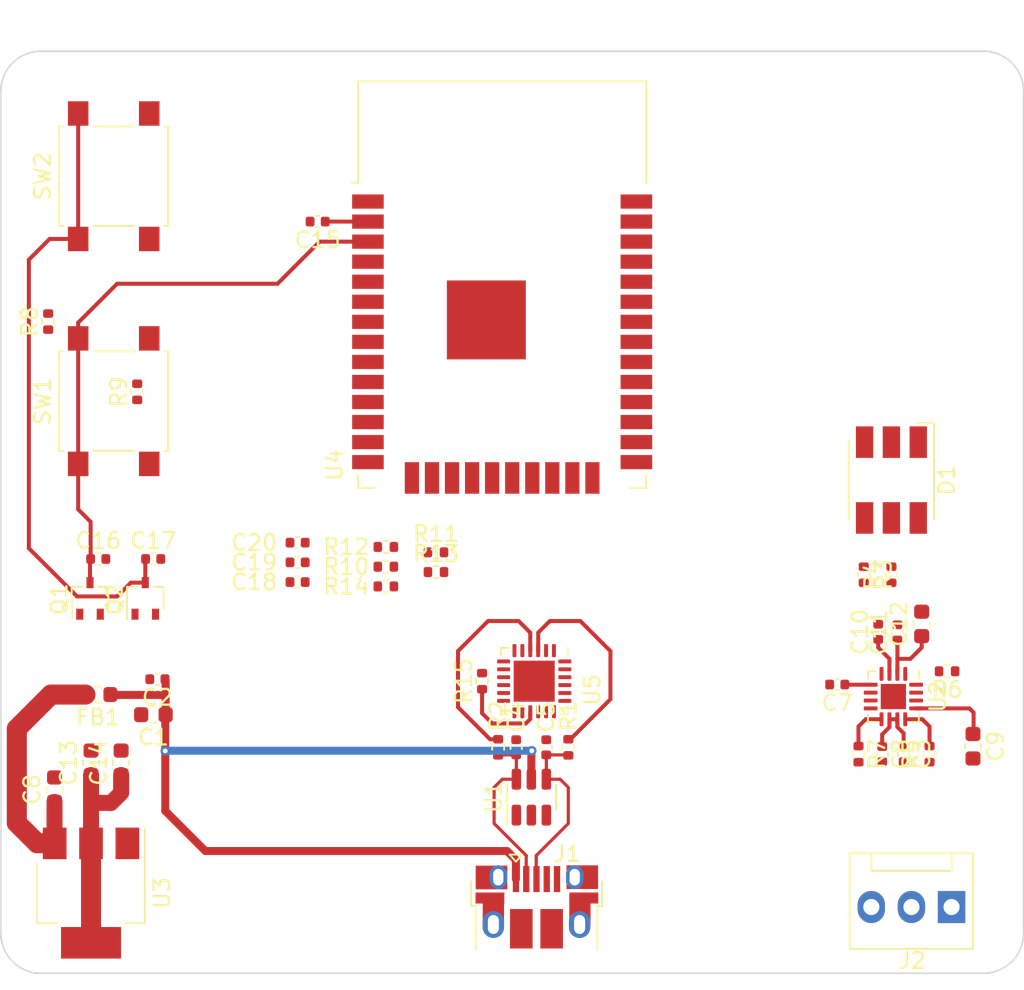
<source format=kicad_pcb>
(kicad_pcb (version 20211014) (generator pcbnew)
  (layers (0 "F.Cu" signal) (31 "B.Cu" signal) (34 "B.Paste" user) (35 "F.Paste" user) (36 "B.SilkS" user "B.Silkscreen") (37 "F.SilkS" user "F.Silkscreen") (38 "B.Mask" user) (39 "F.Mask" user) (44 "Edge.Cuts" user))
  (net 0 "")
  (net 1 "/power_supply/VBUS")
  (net 2 "GND")
  (net 3 "+5V")
  (net 4 "/power_supply/CONN_D+")
  (net 5 "+BATT")
  (net 6 "+3V3")
  (net 7 "/ucontroller/EN")
  (net 8 "/ucontroller/IO0")
  (net 9 "/usb/3V3_CP")
  (net 11 "/power_supply/~{PG}")
  (net 12 "/power_supply/~{CHG}")
  (net 13 "Net-(D1-Pad4)")
  (net 14 "Net-(D1-Pad5)")
  (net 17 "/power_supply/TS")
  (net 18 "Net-(Q1-Pad1)")
  (net 19 "/ucontroller/RTS")
  (net 20 "Net-(Q2-Pad1)")
  (net 21 "/ucontroller/DTR")
  (net 22 "/power_supply/USB_D+")
  (net 23 "Net-(R5-Pad2)")
  (net 24 "Net-(R6-Pad2)")
  (net 25 "Net-(R10-Pad2)")
  (net 26 "Net-(R11-Pad1)")
  (net 27 "/ucontroller/RX_ESP")
  (net 28 "/usb/CP_VBUS")
  (net 29 "Net-(R13-Pad1)")
  (net 30 "/ucontroller/TX_ESP")
  (net 31 "Net-(R15-Pad1)")
  (net 34 "/power_supply/~{CE}")
  (net 35 "/power_supply/SYS_OFF")
  (net 70 "/usb/RTS")
  (net 72 "/usb/DTR")
  (net 74 "/power_supply/CONN_D-")
  (net 75 "/power_supply/USB_D-")
  (footprint "Resistor_SMD:R_0402_1005Metric" (layer "F.Cu") (at 100.328 108.493 90)
    (fp_text reference "R15" (at 0 -1.17 90) (layer "F.SilkS"))
    (fp_text value "10k")
    (pad "1" smd roundrect (at -0.51 0 90) (size 0.54 0.64) (layers "F.Cu" "F.Paste" "F.Mask") (net 31 "Net-(R15-Pad1)"))
    (pad "2" smd roundrect (at 0.51 0 90) (size 0.54 0.64) (layers "F.Cu" "F.Paste" "F.Mask") (net 2 "GND"))
  )
  (footprint "Connector_USB:USB_Micro-B_Amphenol_10103594-0001LF_Horizontal" (layer "F.Cu") (at 103.799 122.796)
    (fp_text reference "J1" (at 1.925 -3.365) (layer "F.SilkS"))
    (fp_text value "USB_B_Micro")
    (pad "1" smd rect (at -1.325 -1.765 90) (size 1.65 0.4) (layers "F.Cu" "F.Paste" "F.Mask") (net 1 "/power_supply/VBUS"))
    (pad "2" smd rect (at -0.675 -1.765 90) (size 1.65 0.4) (layers "F.Cu" "F.Paste" "F.Mask") (net 74 "/power_supply/CONN_D-"))
    (pad "3" smd rect (at -0.025 -1.765 90) (size 1.65 0.4) (layers "F.Cu" "F.Paste" "F.Mask") (net 4 "/power_supply/CONN_D+"))
    (pad "4" smd rect (at 0.625 -1.765 90) (size 1.65 0.4) (layers "F.Cu" "F.Paste" "F.Mask"))
    (pad "5" smd rect (at 1.275 -1.765 90) (size 1.65 0.4) (layers "F.Cu" "F.Paste" "F.Mask") (net 2 "GND"))
    (pad "6" smd rect (at 2.975 -0.565) (size 1.825 0.7) (layers "F.Cu" "F.Paste" "F.Mask") (net 2 "GND"))
    (pad "6" smd rect (at 2.875 -1.885) (size 2 1.5) (layers "F.Cu" "F.Paste" "F.Mask") (net 2 "GND"))
    (pad "6" smd rect (at -2.875 -1.865) (size 2 1.5) (layers "F.Cu" "F.Paste" "F.Mask") (net 2 "GND"))
    (pad "6" smd rect (at -2.755 0.185) (size 1.35 2) (layers "F.Cu" "F.Paste" "F.Mask") (net 2 "GND"))
    (pad "6" smd rect (at 0.935 1.385 90) (size 2.5 1.43) (layers "F.Cu" "F.Paste" "F.Mask") (net 2 "GND"))
    (pad "6" thru_hole oval (at -2.445 -1.885 90) (size 1.5 1.1) (drill oval 1.05 0.65) (layers *.Cu *.Mask) (net 2 "GND"))
    (pad "6" thru_hole oval (at -2.755 1.115 90) (size 1.7 1.35) (drill oval 1.2 0.7) (layers *.Cu *.Mask) (net 2 "GND"))
    (pad "6" smd rect (at -2.975 -0.565) (size 1.825 0.7) (layers "F.Cu" "F.Paste" "F.Mask") (net 2 "GND"))
    (pad "6" thru_hole oval (at 2.705 1.115 90) (size 1.7 1.35) (drill oval 1.2 0.7) (layers *.Cu *.Mask) (net 2 "GND"))
    (pad "6" thru_hole oval (at 2.395 -1.885 90) (size 1.5 1.1) (drill oval 1.05 0.65) (layers *.Cu *.Mask) (net 2 "GND"))
    (pad "6" smd rect (at 2.725 0.185) (size 1.35 2) (layers "F.Cu" "F.Paste" "F.Mask") (net 2 "GND"))
    (pad "6" smd rect (at -0.985 1.385 90) (size 2.5 1.43) (layers "F.Cu" "F.Paste" "F.Mask") (net 2 "GND"))
  )
  (footprint "Package_DFN_QFN:QFN-24-1EP_4x4mm_P0.5mm_EP2.6x2.6mm" (layer "F.Cu") (at 103.63 108.493 -90)
    (fp_text reference "U5" (at 0.553 -3.668 90) (layer "F.SilkS"))
    (fp_text value "CP2102N-Axx-xQFN24")
    (pad "1" smd roundrect (at -1.9375 -1.25 270) (size 0.825 0.25) (layers "F.Cu" "F.Paste" "F.Mask"))
    (pad "2" smd roundrect (at -1.9375 -0.75 270) (size 0.825 0.25) (layers "F.Cu" "F.Paste" "F.Mask") (net 2 "GND"))
    (pad "3" smd roundrect (at -1.9375 -0.25 270) (size 0.825 0.25) (layers "F.Cu" "F.Paste" "F.Mask") (net 22 "/power_supply/USB_D+"))
    (pad "4" smd roundrect (at -1.9375 0.25 270) (size 0.825 0.25) (layers "F.Cu" "F.Paste" "F.Mask") (net 75 "/power_supply/USB_D-"))
    (pad "5" smd roundrect (at -1.9375 0.75 270) (size 0.825 0.25) (layers "F.Cu" "F.Paste" "F.Mask") (net 9 "/usb/3V3_CP"))
    (pad "6" smd roundrect (at -1.9375 1.25 270) (size 0.825 0.25) (layers "F.Cu" "F.Paste" "F.Mask") (net 9 "/usb/3V3_CP"))
    (pad "7" smd roundrect (at -1.25 1.9375 270) (size 0.25 0.825) (layers "F.Cu" "F.Paste" "F.Mask") (net 3 "+5V"))
    (pad "8" smd roundrect (at -0.75 1.9375 270) (size 0.25 0.825) (layers "F.Cu" "F.Paste" "F.Mask") (net 28 "/usb/CP_VBUS"))
    (pad "9" smd roundrect (at -0.25 1.9375 270) (size 0.25 0.825) (layers "F.Cu" "F.Paste" "F.Mask") (net 25 "Net-(R10-Pad2)"))
    (pad "10" smd roundrect (at 0.25 1.9375 270) (size 0.25 0.825) (layers "F.Cu" "F.Paste" "F.Mask"))
    (pad "11" smd roundrect (at 0.75 1.9375 270) (size 0.25 0.825) (layers "F.Cu" "F.Paste" "F.Mask"))
    (pad "12" smd roundrect (at 1.25 1.9375 270) (size 0.25 0.825) (layers "F.Cu" "F.Paste" "F.Mask"))
    (pad "13" smd roundrect (at 1.9375 1.25 270) (size 0.825 0.25) (layers "F.Cu" "F.Paste" "F.Mask"))
    (pad "14" smd roundrect (at 1.9375 0.75 270) (size 0.825 0.25) (layers "F.Cu" "F.Paste" "F.Mask"))
    (pad "15" smd roundrect (at 1.9375 0.25 270) (size 0.825 0.25) (layers "F.Cu" "F.Paste" "F.Mask") (net 31 "Net-(R15-Pad1)"))
    (pad "16" smd roundrect (at 1.9375 -0.25 270) (size 0.825 0.25) (layers "F.Cu" "F.Paste" "F.Mask"))
    (pad "17" smd roundrect (at 1.9375 -0.75 270) (size 0.825 0.25) (layers "F.Cu" "F.Paste" "F.Mask"))
    (pad "18" smd roundrect (at 1.9375 -1.25 270) (size 0.825 0.25) (layers "F.Cu" "F.Paste" "F.Mask"))
    (pad "19" smd roundrect (at 1.25 -1.9375 270) (size 0.25 0.825) (layers "F.Cu" "F.Paste" "F.Mask") (net 70 "/usb/RTS"))
    (pad "20" smd roundrect (at 0.75 -1.9375 270) (size 0.25 0.825) (layers "F.Cu" "F.Paste" "F.Mask") (net 29 "Net-(R13-Pad1)"))
    (pad "21" smd roundrect (at 0.25 -1.9375 270) (size 0.25 0.825) (layers "F.Cu" "F.Paste" "F.Mask") (net 26 "Net-(R11-Pad1)"))
    (pad "22" smd roundrect (at -0.25 -1.9375 270) (size 0.25 0.825) (layers "F.Cu" "F.Paste" "F.Mask"))
    (pad "23" smd roundrect (at -0.75 -1.9375 270) (size 0.25 0.825) (layers "F.Cu" "F.Paste" "F.Mask") (net 72 "/usb/DTR"))
    (pad "24" smd roundrect (at -1.25 -1.9375 270) (size 0.25 0.825) (layers "F.Cu" "F.Paste" "F.Mask"))
    (pad "25" smd rect (at 0 0 270) (size 2.6 2.6) (layers "F.Cu" "F.Mask") (net 2 "GND"))
  )
  (footprint "Resistor_SMD:R_0402_1005Metric" (layer "F.Cu") (at 72.85 85.71 90)
    (fp_text reference "R8" (at 0 -1.17 90) (layer "F.SilkS"))
    (fp_text value "10k")
    (pad "1" smd roundrect (at -0.51 0 90) (size 0.54 0.64) (layers "F.Cu" "F.Paste" "F.Mask") (net 18 "Net-(Q1-Pad1)"))
    (pad "2" smd roundrect (at 0.51 0 90) (size 0.54 0.64) (layers "F.Cu" "F.Paste" "F.Mask") (net 21 "/ucontroller/DTR"))
  )
  (footprint "Capacitor_SMD:C_0402_1005Metric" (layer "F.Cu") (at 104.392 112.684 90)
    (fp_text reference "C5" (at 1.905 0 90) (layer "F.SilkS"))
    (fp_text value "22p")
    (pad "1" smd roundrect (at -0.48 0 90) (size 0.56 0.62) (layers "F.Cu" "F.Paste" "F.Mask") (net 4 "/power_supply/CONN_D+"))
    (pad "2" smd roundrect (at 0.48 0 90) (size 0.56 0.62) (layers "F.Cu" "F.Paste" "F.Mask") (net 2 "GND"))
  )
  (footprint "Capacitor_SMD:C_0402_1005Metric" (layer "F.Cu") (at 79.765 108.367 180)
    (fp_text reference "C2" (at 0 -1.16) (layer "F.SilkS"))
    (fp_text value "10n")
    (pad "1" smd roundrect (at -0.48 0 180) (size 0.56 0.62) (layers "F.Cu" "F.Paste" "F.Mask") (net 1 "/power_supply/VBUS"))
    (pad "2" smd roundrect (at 0.48 0 180) (size 0.56 0.62) (layers "F.Cu" "F.Paste" "F.Mask") (net 2 "GND"))
  )
  (footprint "Capacitor_SMD:C_0603_1608Metric" (layer "F.Cu") (at 75.565 113.665 90)
    (fp_text reference "C13" (at 0 -1.43 90) (layer "F.SilkS"))
    (fp_text value "10u")
    (pad "1" smd roundrect (at -0.775 0 90) (size 0.9 0.95) (layers "F.Cu" "F.Paste" "F.Mask") (net 6 "+3V3"))
    (pad "2" smd roundrect (at 0.775 0 90) (size 0.9 0.95) (layers "F.Cu" "F.Paste" "F.Mask") (net 2 "GND"))
  )
  (footprint "Resistor_SMD:R_0402_1005Metric" (layer "F.Cu") (at 124.165 113.116 -90)
    (fp_text reference "R7" (at 0 -1.17 90) (layer "F.SilkS"))
    (fp_text value "10k")
    (pad "1" smd roundrect (at -0.51 0 270) (size 0.54 0.64) (layers "F.Cu" "F.Paste" "F.Mask") (net 12 "/power_supply/~{CHG}"))
    (pad "2" smd roundrect (at 0.51 0 270) (size 0.54 0.64) (layers "F.Cu" "F.Paste" "F.Mask") (net 2 "GND"))
  )
  (footprint "Capacitor_SMD:C_0402_1005Metric" (layer "F.Cu") (at 79.5 100.75)
    (fp_text reference "C17" (at 0 -1.16) (layer "F.SilkS"))
    (fp_text value "0.1u")
    (pad "1" smd roundrect (at -0.48 0) (size 0.56 0.62) (layers "F.Cu" "F.Paste" "F.Mask") (net 8 "/ucontroller/IO0"))
    (pad "2" smd roundrect (at 0.48 0) (size 0.56 0.62) (layers "F.Cu" "F.Paste" "F.Mask") (net 2 "GND"))
  )
  (footprint "Capacitor_SMD:C_0603_1608Metric" (layer "F.Cu") (at 73.2536 115.3668 90)
    (fp_text reference "C8" (at 0 -1.43 90) (layer "F.SilkS"))
    (fp_text value "0.1u")
    (pad "1" smd roundrect (at -0.775 0 90) (size 0.9 0.95) (layers "F.Cu" "F.Paste" "F.Mask") (net 3 "+5V"))
    (pad "2" smd roundrect (at 0.775 0 90) (size 0.9 0.95) (layers "F.Cu" "F.Paste" "F.Mask") (net 2 "GND"))
  )
  (footprint "Capacitor_SMD:C_0402_1005Metric" (layer "F.Cu") (at 127.025 113.118 -90)
    (fp_text reference "C3" (at 0 -1.16 90) (layer "F.SilkS"))
    (fp_text value "0.1u")
    (pad "1" smd roundrect (at -0.48 0 270) (size 0.56 0.62) (layers "F.Cu" "F.Paste" "F.Mask") (net 3 "+5V"))
    (pad "2" smd roundrect (at 0.48 0 270) (size 0.56 0.62) (layers "F.Cu" "F.Paste" "F.Mask") (net 2 "GND"))
  )
  (footprint "Capacitor_SMD:C_0402_1005Metric" (layer "F.Cu") (at 102.487 112.684 90)
    (fp_text reference "C4" (at 1.905 0 90) (layer "F.SilkS"))
    (fp_text value "22p")
    (pad "1" smd roundrect (at -0.48 0 90) (size 0.56 0.62) (layers "F.Cu" "F.Paste" "F.Mask") (net 74 "/power_supply/CONN_D-"))
    (pad "2" smd roundrect (at 0.48 0 90) (size 0.56 0.62) (layers "F.Cu" "F.Paste" "F.Mask") (net 2 "GND"))
  )
  (footprint "Capacitor_SMD:C_0402_1005Metric" (layer "F.Cu") (at 88.646 100.965 180)
    (fp_text reference "C19" (at 2.75 0) (layer "F.SilkS"))
    (fp_text value "100n")
    (pad "1" smd roundrect (at -0.48 0 180) (size 0.56 0.62) (layers "F.Cu" "F.Paste" "F.Mask") (net 9 "/usb/3V3_CP"))
    (pad "2" smd roundrect (at 0.48 0 180) (size 0.56 0.62) (layers "F.Cu" "F.Paste" "F.Mask") (net 2 "GND"))
  )
  (footprint "Capacitor_SMD:C_0603_1608Metric" (layer "F.Cu") (at 77.47 113.665 90)
    (fp_text reference "C14" (at 0 -1.43 90) (layer "F.SilkS"))
    (fp_text value "22u")
    (pad "1" smd roundrect (at -0.775 0 90) (size 0.9 0.95) (layers "F.Cu" "F.Paste" "F.Mask") (net 6 "+3V3"))
    (pad "2" smd roundrect (at 0.775 0 90) (size 0.9 0.95) (layers "F.Cu" "F.Paste" "F.Mask") (net 2 "GND"))
  )
  (footprint "Resistor_SMD:R_0402_1005Metric" (layer "F.Cu") (at 94.234 102.489 180)
    (fp_text reference "R14" (at 2.5 0) (layer "F.SilkS"))
    (fp_text value "47k")
    (pad "1" smd roundrect (at -0.51 0 180) (size 0.54 0.64) (layers "F.Cu" "F.Paste" "F.Mask") (net 28 "/usb/CP_VBUS"))
    (pad "2" smd roundrect (at 0.51 0 180) (size 0.54 0.64) (layers "F.Cu" "F.Paste" "F.Mask") (net 2 "GND"))
  )
  (footprint "Resistor_SMD:R_0402_1005Metric" (layer "F.Cu") (at 101.344 112.684 90)
    (fp_text reference "R2" (at 2 0 90) (layer "F.SilkS"))
    (fp_text value "27")
    (pad "1" smd roundrect (at -0.51 0 90) (size 0.54 0.64) (layers "F.Cu" "F.Paste" "F.Mask") (net 74 "/power_supply/CONN_D-"))
    (pad "2" smd roundrect (at 0.51 0 90) (size 0.54 0.64) (layers "F.Cu" "F.Paste" "F.Mask") (net 75 "/power_supply/USB_D-"))
  )
  (footprint "Capacitor_SMD:C_0402_1005Metric" (layer "F.Cu") (at 88.646 99.715 180)
    (fp_text reference "C20" (at 2.75 0) (layer "F.SilkS"))
    (fp_text value "100n")
    (pad "1" smd roundrect (at -0.48 0 180) (size 0.56 0.62) (layers "F.Cu" "F.Paste" "F.Mask") (net 9 "/usb/3V3_CP"))
    (pad "2" smd roundrect (at 0.48 0 180) (size 0.56 0.62) (layers "F.Cu" "F.Paste" "F.Mask") (net 2 "GND"))
  )
  (footprint "Resistor_SMD:R_0402_1005Metric" (layer "F.Cu") (at 97.409 101.58)
    (fp_text reference "R13" (at 0 -1.17) (layer "F.SilkS"))
    (fp_text value "0")
    (pad "1" smd roundrect (at -0.51 0) (size 0.54 0.64) (layers "F.Cu" "F.Paste" "F.Mask") (net 29 "Net-(R13-Pad1)"))
    (pad "2" smd roundrect (at 0.51 0) (size 0.54 0.64) (layers "F.Cu" "F.Paste" "F.Mask") (net 30 "/ucontroller/TX_ESP"))
  )
  (footprint "Resistor_SMD:R_0402_1005Metric" (layer "F.Cu") (at 97.409 100.33)
    (fp_text reference "R11" (at 0 -1.17) (layer "F.SilkS"))
    (fp_text value "0")
    (pad "1" smd roundrect (at -0.51 0) (size 0.54 0.64) (layers "F.Cu" "F.Paste" "F.Mask") (net 26 "Net-(R11-Pad1)"))
    (pad "2" smd roundrect (at 0.51 0) (size 0.54 0.64) (layers "F.Cu" "F.Paste" "F.Mask") (net 27 "/ucontroller/RX_ESP"))
  )
  (footprint "Capacitor_SMD:C_0402_1005Metric" (layer "F.Cu") (at 76.02 100.75)
    (fp_text reference "C16" (at 0 -1.16) (layer "F.SilkS"))
    (fp_text value "0.1u")
    (pad "1" smd roundrect (at -0.48 0) (size 0.56 0.62) (layers "F.Cu" "F.Paste" "F.Mask") (net 7 "/ucontroller/EN"))
    (pad "2" smd roundrect (at 0.48 0) (size 0.56 0.62) (layers "F.Cu" "F.Paste" "F.Mask") (net 2 "GND"))
  )
  (footprint "Capacitor_SMD:C_0402_1005Metric" (layer "F.Cu") (at 89.916 79.375 180)
    (fp_text reference "C15" (at 0 -1.16) (layer "F.SilkS"))
    (fp_text value "0.1u")
    (pad "1" smd roundrect (at -0.48 0 180) (size 0.56 0.62) (layers "F.Cu" "F.Paste" "F.Mask") (net 6 "+3V3"))
    (pad "2" smd roundrect (at 0.48 0 180) (size 0.56 0.62) (layers "F.Cu" "F.Paste" "F.Mask") (net 2 "GND"))
  )
  (footprint "Resistor_SMD:R_0402_1005Metric" (layer "F.Cu") (at 124.5 101.75 90)
    (fp_text reference "R3" (at 0 1.25 90) (layer "F.SilkS"))
    (fp_text value "1k")
    (pad "1" smd roundrect (at -0.51 0 90) (size 0.54 0.64) (layers "F.Cu" "F.Paste" "F.Mask") (net 3 "+5V"))
    (pad "2" smd roundrect (at 0.51 0 90) (size 0.54 0.64) (layers "F.Cu" "F.Paste" "F.Mask") (net 13 "Net-(D1-Pad4)"))
  )
  (footprint "Capacitor_SMD:C_0402_1005Metric" (layer "F.Cu") (at 125.415 105.366 90)
    (fp_text reference "C10" (at 0 -1.16 90) (layer "F.SilkS"))
    (fp_text value "0.1u")
    (pad "1" smd roundrect (at -0.48 0 90) (size 0.56 0.62) (layers "F.Cu" "F.Paste" "F.Mask") (net 5 "+BATT"))
    (pad "2" smd roundrect (at 0.48 0 90) (size 0.56 0.62) (layers "F.Cu" "F.Paste" "F.Mask") (net 2 "GND"))
  )
  (footprint "Capacitor_SMD:C_0402_1005Metric" (layer "F.Cu") (at 126.629 105.404 90)
    (fp_text reference "C11" (at 0 -1.16 90) (layer "F.SilkS"))
    (fp_text value "0.1u")
    (pad "1" smd roundrect (at -0.48 0 90) (size 0.56 0.62) (layers "F.Cu" "F.Paste" "F.Mask") (net 5 "+BATT"))
    (pad "2" smd roundrect (at 0.48 0 90) (size 0.56 0.62) (layers "F.Cu" "F.Paste" "F.Mask") (net 2 "GND"))
  )
  (footprint "Capacitor_SMD:C_0603_1608Metric" (layer "F.Cu") (at 79.515 110.617 180)
    (fp_text reference "C1" (at 0 -1.43) (layer "F.SilkS"))
    (fp_text value "10u")
    (pad "1" smd roundrect (at -0.775 0 180) (size 0.9 0.95) (layers "F.Cu" "F.Paste" "F.Mask") (net 1 "/power_supply/VBUS"))
    (pad "2" smd roundrect (at 0.775 0 180) (size 0.9 0.95) (layers "F.Cu" "F.Paste" "F.Mask") (net 2 "GND"))
  )
  (footprint "Package_TO_SOT_SMD:SOT-23-6" (layer "F.Cu") (at 103.449 115.8435 90)
    (fp_text reference "U1" (at 0 -2.4 90) (layer "F.SilkS"))
    (fp_text value "WE-TVS-82400102")
    (pad "1" smd roundrect (at -1.1375 -0.95 90) (size 1.325 0.6) (layers "F.Cu" "F.Paste" "F.Mask"))
    (pad "2" smd roundrect (at -1.1375 0 90) (size 1.325 0.6) (layers "F.Cu" "F.Paste" "F.Mask") (net 2 "GND"))
    (pad "3" smd roundrect (at -1.1375 0.95 90) (size 1.325 0.6) (layers "F.Cu" "F.Paste" "F.Mask"))
    (pad "4" smd roundrect (at 1.1375 0.95 90) (size 1.325 0.6) (layers "F.Cu" "F.Paste" "F.Mask") (net 4 "/power_supply/CONN_D+"))
    (pad "5" smd roundrect (at 1.1375 0 90) (size 1.325 0.6) (layers "F.Cu" "F.Paste" "F.Mask") (net 1 "/power_supply/VBUS"))
    (pad "6" smd roundrect (at 1.1375 -0.95 90) (size 1.325 0.6) (layers "F.Cu" "F.Paste" "F.Mask") (net 74 "/power_supply/CONN_D-"))
  )
  (footprint "Capacitor_SMD:C_0402_1005Metric" (layer "F.Cu") (at 122.819 108.706 180)
    (fp_text reference "C7" (at 0 -1.16 180) (layer "F.SilkS"))
    (fp_text value "0.1u")
    (pad "1" smd roundrect (at -0.48 0 180) (size 0.56 0.62) (layers "F.Cu" "F.Paste" "F.Mask") (net 3 "+5V"))
    (pad "2" smd roundrect (at 0.48 0 180) (size 0.56 0.62) (layers "F.Cu" "F.Paste" "F.Mask") (net 2 "GND"))
  )
  (footprint "Capacitor_SMD:C_0402_1005Metric" (layer "F.Cu") (at 125.665 113.116 -90)
    (fp_text reference "C8" (at 0 -1.16 90) (layer "F.SilkS"))
    (fp_text value "0.1u")
    (pad "1" smd roundrect (at -0.48 0 270) (size 0.56 0.62) (layers "F.Cu" "F.Paste" "F.Mask") (net 3 "+5V"))
    (pad "2" smd roundrect (at 0.48 0 270) (size 0.56 0.62) (layers "F.Cu" "F.Paste" "F.Mask") (net 2 "GND"))
  )
  (footprint "Package_TO_SOT_SMD:SOT-223-3_TabPin2" (layer "F.Cu") (at 75.565 121.92 -90)
    (fp_text reference "U3" (at 0 -4.5 90) (layer "F.SilkS"))
    (fp_text value "AMS1117-3.3")
    (pad "1" smd rect (at -3.15 -2.3 270) (size 2 1.5) (layers "F.Cu" "F.Paste" "F.Mask") (net 2 "GND"))
    (pad "2" smd rect (at 3.15 0 270) (size 2 3.8) (layers "F.Cu" "F.Paste" "F.Mask") (net 6 "+3V3"))
    (pad "2" smd rect (at -3.15 0 270) (size 2 1.5) (layers "F.Cu" "F.Paste" "F.Mask") (net 6 "+3V3"))
    (pad "3" smd rect (at -3.15 2.3 270) (size 2 1.5) (layers "F.Cu" "F.Paste" "F.Mask") (net 3 "+5V"))
  )
  (footprint "Resistor_SMD:R_0402_1005Metric" (layer "F.Cu") (at 94.234 101.239)
    (fp_text reference "R10" (at -2.5 0) (layer "F.SilkS"))
    (fp_text value "2k")
    (pad "1" smd roundrect (at -0.51 0) (size 0.54 0.64) (layers "F.Cu" "F.Paste" "F.Mask") (net 9 "/usb/3V3_CP"))
    (pad "2" smd roundrect (at 0.51 0) (size 0.54 0.64) (layers "F.Cu" "F.Paste" "F.Mask") (net 25 "Net-(R10-Pad2)"))
  )
  (footprint "Package_TO_SOT_SMD:SOT-323_SC-70" (layer "F.Cu") (at 79 103.25 90)
    (fp_text reference "Q2" (at -0.05 -1.95 90) (layer "F.SilkS"))
    (fp_text value "Q_NPN_BEC")
    (pad "1" smd rect (at -1 -0.65) (size 0.45 0.7) (layers "F.Cu" "F.Paste" "F.Mask") (net 20 "Net-(Q2-Pad1)"))
    (pad "2" smd rect (at -1 0.65) (size 0.45 0.7) (layers "F.Cu" "F.Paste" "F.Mask") (net 21 "/ucontroller/DTR"))
    (pad "3" smd rect (at 1 0) (size 0.45 0.7) (layers "F.Cu" "F.Paste" "F.Mask") (net 8 "/ucontroller/IO0"))
  )
  (footprint "Package_DFN_QFN:VQFN-16-1EP_3x3mm_P0.5mm_EP1.6x1.6mm" (layer "F.Cu") (at 126.375 109.468 -90)
    (fp_text reference "U2" (at 0 -2.82 90) (layer "F.SilkS"))
    (fp_text value "BQ24075RGT")
    (pad "1" smd roundrect (at -1.4375 -0.75 270) (size 0.875 0.25) (layers "F.Cu" "F.Paste" "F.Mask") (net 17 "/power_supply/TS"))
    (pad "2" smd roundrect (at -1.4375 -0.25 270) (size 0.875 0.25) (layers "F.Cu" "F.Paste" "F.Mask") (net 5 "+BATT"))
    (pad "3" smd roundrect (at -1.4375 0.25 270) (size 0.875 0.25) (layers "F.Cu" "F.Paste" "F.Mask") (net 5 "+BATT"))
    (pad "4" smd roundrect (at -1.4375 0.75 270) (size 0.875 0.25) (layers "F.Cu" "F.Paste" "F.Mask") (net 34 "/power_supply/~{CE}"))
    (pad "5" smd roundrect (at -0.75 1.4375 270) (size 0.25 0.875) (layers "F.Cu" "F.Paste" "F.Mask") (net 3 "+5V"))
    (pad "6" smd roundrect (at -0.25 1.4375 270) (size 0.25 0.875) (layers "F.Cu" "F.Paste" "F.Mask") (net 2 "GND"))
    (pad "7" smd roundrect (at 0.25 1.4375 270) (size 0.25 0.875) (layers "F.Cu" "F.Paste" "F.Mask") (net 11 "/power_supply/~{PG}"))
    (pad "8" smd roundrect (at 0.75 1.4375 270) (size 0.25 0.875) (layers "F.Cu" "F.Paste" "F.Mask") (net 2 "GND"))
    (pad "9" smd roundrect (at 1.4375 0.75 270) (size 0.875 0.25) (layers "F.Cu" "F.Paste" "F.Mask") (net 12 "/power_supply/~{CHG}"))
    (pad "10" smd roundrect (at 1.4375 0.25 270) (size 0.875 0.25) (layers "F.Cu" "F.Paste" "F.Mask") (net 3 "+5V"))
    (pad "11" smd roundrect (at 1.4375 -0.25 270) (size 0.875 0.25) (layers "F.Cu" "F.Paste" "F.Mask") (net 3 "+5V"))
    (pad "12" smd roundrect (at 1.4375 -0.75 270) (size 0.875 0.25) (layers "F.Cu" "F.Paste" "F.Mask") (net 23 "Net-(R5-Pad2)"))
    (pad "13" smd roundrect (at 0.75 -1.4375 270) (size 0.25 0.875) (layers "F.Cu" "F.Paste" "F.Mask") (net 3 "+5V"))
    (pad "14" smd roundrect (at 0.25 -1.4375 270) (size 0.25 0.875) (layers "F.Cu" "F.Paste" "F.Mask") (net 2 "GND"))
    (pad "15" smd roundrect (at -0.25 -1.4375 270) (size 0.25 0.875) (layers "F.Cu" "F.Paste" "F.Mask") (net 35 "/power_supply/SYS_OFF"))
    (pad "16" smd roundrect (at -0.75 -1.4375 270) (size 0.25 0.875) (layers "F.Cu" "F.Paste" "F.Mask") (net 24 "Net-(R6-Pad2)"))
    (pad "17" smd rect (at 0 0 270) (size 1.6 1.6) (layers "F.Cu" "F.Mask") (net 2 "GND"))
  )
  (footprint "Button_Switch_SMD:SW_SPST_B3S-1000" (layer "F.Cu") (at 77 76.5 90)
    (fp_text reference "SW2" (at 0 -4.5 90) (layer "F.SilkS"))
    (fp_text value "SW_Push")
    (pad "1" smd rect (at 3.975 -2.25 90) (size 1.55 1.3) (layers "F.Cu" "F.Paste" "F.Mask") (net 8 "/ucontroller/IO0"))
    (pad "1" smd rect (at -3.975 -2.25 90) (size 1.55 1.3) (layers "F.Cu" "F.Paste" "F.Mask") (net 8 "/ucontroller/IO0"))
    (pad "2" smd rect (at 3.975 2.25 90) (size 1.55 1.3) (layers "F.Cu" "F.Paste" "F.Mask") (net 2 "GND"))
    (pad "2" smd rect (at -3.975 2.25 90) (size 1.55 1.3) (layers "F.Cu" "F.Paste" "F.Mask") (net 2 "GND"))
  )
  (footprint "Capacitor_SMD:C_0603_1608Metric" (layer "F.Cu") (at 128.165 104.866 90)
    (fp_text reference "C12" (at 0 -1.43 90) (layer "F.SilkS"))
    (fp_text value "4.7u")
    (pad "1" smd roundrect (at -0.775 0 90) (size 0.9 0.95) (layers "F.Cu" "F.Paste" "F.Mask") (net 5 "+BATT"))
    (pad "2" smd roundrect (at 0.775 0 90) (size 0.9 0.95) (layers "F.Cu" "F.Paste" "F.Mask") (net 2 "GND"))
  )
  (footprint "Resistor_SMD:R_0402_1005Metric" (layer "F.Cu") (at 128.665 113.116 90)
    (fp_text reference "R5" (at 0 -1.17 90) (layer "F.SilkS"))
    (fp_text value "1.2k")
    (pad "1" smd roundrect (at -0.51 0 90) (size 0.54 0.64) (layers "F.Cu" "F.Paste" "F.Mask") (net 2 "GND"))
    (pad "2" smd roundrect (at 0.51 0 90) (size 0.54 0.64) (layers "F.Cu" "F.Paste" "F.Mask") (net 23 "Net-(R5-Pad2)"))
  )
  (footprint "Capacitor_SMD:C_0603_1608Metric" (layer "F.Cu") (at 131.415 112.616 -90)
    (fp_text reference "C9" (at 0 -1.43 90) (layer "F.SilkS"))
    (fp_text value "4.7u")
    (pad "1" smd roundrect (at -0.775 0 270) (size 0.9 0.95) (layers "F.Cu" "F.Paste" "F.Mask") (net 3 "+5V"))
    (pad "2" smd roundrect (at 0.775 0 270) (size 0.9 0.95) (layers "F.Cu" "F.Paste" "F.Mask") (net 2 "GND"))
  )
  (footprint "RF_Module:ESP32-WROOM-32" (layer "F.Cu") (at 101.6 86.36)
    (fp_text reference "U4" (at -10.61 8.43 90) (layer "F.SilkS"))
    (fp_text value "ESP32-WROOM-32")
    (pad "1" smd rect (at -8.5 -8.255) (size 2 0.9) (layers "F.Cu" "F.Paste" "F.Mask") (net 2 "GND"))
    (pad "2" smd rect (at -8.5 -6.985) (size 2 0.9) (layers "F.Cu" "F.Paste" "F.Mask") (net 6 "+3V3"))
    (pad "3" smd rect (at -8.5 -5.715) (size 2 0.9) (layers "F.Cu" "F.Paste" "F.Mask") (net 7 "/ucontroller/EN"))
    (pad "4" smd rect (at -8.5 -4.445) (size 2 0.9) (layers "F.Cu" "F.Paste" "F.Mask"))
    (pad "5" smd rect (at -8.5 -3.175) (size 2 0.9) (layers "F.Cu" "F.Paste" "F.Mask"))
    (pad "6" smd rect (at -8.5 -1.905) (size 2 0.9) (layers "F.Cu" "F.Paste" "F.Mask"))
    (pad "7" smd rect (at -8.5 -0.635) (size 2 0.9) (layers "F.Cu" "F.Paste" "F.Mask"))
    (pad "8" smd rect (at -8.5 0.635) (size 2 0.9) (layers "F.Cu" "F.Paste" "F.Mask"))
    (pad "9" smd rect (at -8.5 1.905) (size 2 0.9) (layers "F.Cu" "F.Paste" "F.Mask"))
    (pad "10" smd rect (at -8.5 3.175) (size 2 0.9) (layers "F.Cu" "F.Paste" "F.Mask"))
    (pad "11" smd rect (at -8.5 4.445) (size 2 0.9) (layers "F.Cu" "F.Paste" "F.Mask"))
    (pad "12" smd rect (at -8.5 5.715) (size 2 0.9) (layers "F.Cu" "F.Paste" "F.Mask"))
    (pad "13" smd rect (at -8.5 6.985) (size 2 0.9) (layers "F.Cu" "F.Paste" "F.Mask") (net 17 "/power_supply/TS"))
    (pad "14" smd rect (at -8.5 8.255) (size 2 0.9) (layers "F.Cu" "F.Paste" "F.Mask") (net 35 "/power_supply/SYS_OFF"))
    (pad "15" smd rect (at -5.715 9.255 90) (size 2 0.9) (layers "F.Cu" "F.Paste" "F.Mask") (net 2 "GND"))
    (pad "16" smd rect (at -4.445 9.255 90) (size 2 0.9) (layers "F.Cu" "F.Paste" "F.Mask") (net 34 "/power_supply/~{CE}"))
    (pad "17" smd rect (at -3.175 9.255 90) (size 2 0.9) (layers "F.Cu" "F.Paste" "F.Mask"))
    (pad "18" smd rect (at -1.905 9.255 90) (size 2 0.9) (layers "F.Cu" "F.Paste" "F.Mask"))
    (pad "19" smd rect (at -0.635 9.255 90) (size 2 0.9) (layers "F.Cu" "F.Paste" "F.Mask"))
    (pad "20" smd rect (at 0.635 9.255 90) (size 2 0.9) (layers "F.Cu" "F.Paste" "F.Mask"))
    (pad "21" smd rect (at 1.905 9.255 90) (size 2 0.9) (layers "F.Cu" "F.Paste" "F.Mask"))
    (pad "22" smd rect (at 3.175 9.255 90) (size 2 0.9) (layers "F.Cu" "F.Paste" "F.Mask"))
    (pad "23" smd rect (at 4.445 9.255 90) (size 2 0.9) (layers "F.Cu" "F.Paste" "F.Mask") (net 11 "/power_supply/~{PG}"))
    (pad "24" smd rect (at 5.715 9.255 90) (size 2 0.9) (layers "F.Cu" "F.Paste" "F.Mask"))
    (pad "25" smd rect (at 8.5 8.255) (size 2 0.9) (layers "F.Cu" "F.Paste" "F.Mask") (net 8 "/ucontroller/IO0"))
    (pad "26" smd rect (at 8.5 6.985) (size 2 0.9) (layers "F.Cu" "F.Paste" "F.Mask"))
    (pad "27" smd rect (at 8.5 5.715) (size 2 0.9) (layers "F.Cu" "F.Paste" "F.Mask") (net 12 "/power_supply/~{CHG}"))
    (pad "28" smd rect (at 8.5 4.445) (size 2 0.9) (layers "F.Cu" "F.Paste" "F.Mask"))
    (pad "29" smd rect (at 8.5 3.175) (size 2 0.9) (layers "F.Cu" "F.Paste" "F.Mask"))
    (pad "30" smd rect (at 8.5 1.905) (size 2 0.9) (layers "F.Cu" "F.Paste" "F.Mask"))
    (pad "31" smd rect (at 8.5 0.635) (size 2 0.9) (layers "F.Cu" "F.Paste" "F.Mask"))
    (pad "32" smd rect (at 8.5 -0.635) (size 2 0.9) (layers "F.Cu" "F.Paste" "F.Mask"))
    (pad "33" smd rect (at 8.5 -1.905) (size 2 0.9) (layers "F.Cu" "F.Paste" "F.Mask"))
    (pad "34" smd rect (at 8.5 -3.175) (size 2 0.9) (layers "F.Cu" "F.Paste" "F.Mask") (net 27 "/ucontroller/RX_ESP"))
    (pad "35" smd rect (at 8.5 -4.445) (size 2 0.9) (layers "F.Cu" "F.Paste" "F.Mask") (net 30 "/ucontroller/TX_ESP"))
    (pad "36" smd rect (at 8.5 -5.715) (size 2 0.9) (layers "F.Cu" "F.Paste" "F.Mask"))
    (pad "37" smd rect (at 8.5 -6.985) (size 2 0.9) (layers "F.Cu" "F.Paste" "F.Mask"))
    (pad "38" smd rect (at 8.5 -8.255) (size 2 0.9) (layers "F.Cu" "F.Paste" "F.Mask") (net 2 "GND"))
    (pad "39" smd rect (at -1 -0.755) (size 5 5) (layers "F.Cu" "F.Paste" "F.Mask") (net 2 "GND"))
  )
  (footprint "Resistor_SMD:R_0402_1005Metric" (layer "F.Cu") (at 94.234 99.989)
    (fp_text reference "R12" (at -2.5 0) (layer "F.SilkS"))
    (fp_text value "22k")
    (pad "1" smd roundrect (at -0.51 0) (size 0.54 0.64) (layers "F.Cu" "F.Paste" "F.Mask") (net 3 "+5V"))
    (pad "2" smd roundrect (at 0.51 0) (size 0.54 0.64) (layers "F.Cu" "F.Paste" "F.Mask") (net 28 "/usb/CP_VBUS"))
  )
  (footprint "Resistor_SMD:R_0402_1005Metric" (layer "F.Cu") (at 129.775 107.868 180)
    (fp_text reference "R6" (at 0 -1.17) (layer "F.SilkS"))
    (fp_text value "1.2k")
    (pad "1" smd roundrect (at -0.51 0 180) (size 0.54 0.64) (layers "F.Cu" "F.Paste" "F.Mask") (net 2 "GND"))
    (pad "2" smd roundrect (at 0.51 0 180) (size 0.54 0.64) (layers "F.Cu" "F.Paste" "F.Mask") (net 24 "Net-(R6-Pad2)"))
  )
  (footprint "Package_TO_SOT_SMD:SOT-323_SC-70" (layer "F.Cu") (at 75.5 103.25 90)
    (fp_text reference "Q1" (at -0.05 -1.95 90) (layer "F.SilkS"))
    (fp_text value "Q_NPN_BEC")
    (pad "1" smd rect (at -1 -0.65) (size 0.45 0.7) (layers "F.Cu" "F.Paste" "F.Mask") (net 18 "Net-(Q1-Pad1)"))
    (pad "2" smd rect (at -1 0.65) (size 0.45 0.7) (layers "F.Cu" "F.Paste" "F.Mask") (net 19 "/ucontroller/RTS"))
    (pad "3" smd rect (at 1 0) (size 0.45 0.7) (layers "F.Cu" "F.Paste" "F.Mask") (net 7 "/ucontroller/EN"))
  )
  (footprint "Resistor_SMD:R_0402_1005Metric" (layer "F.Cu") (at 105.789 112.684 90)
    (fp_text reference "R1" (at 2 0 90) (layer "F.SilkS"))
    (fp_text value "27")
    (pad "1" smd roundrect (at -0.51 0 90) (size 0.54 0.64) (layers "F.Cu" "F.Paste" "F.Mask") (net 4 "/power_supply/CONN_D+"))
    (pad "2" smd roundrect (at 0.51 0 90) (size 0.54 0.64) (layers "F.Cu" "F.Paste" "F.Mask") (net 22 "/power_supply/USB_D+"))
  )
  (footprint "Resistor_SMD:R_0402_1005Metric" (layer "F.Cu") (at 126.25 101.75 90)
    (fp_text reference "R4" (at 0 -1.17 90) (layer "F.SilkS"))
    (fp_text value "1k")
    (pad "1" smd roundrect (at -0.51 0 90) (size 0.54 0.64) (layers "F.Cu" "F.Paste" "F.Mask") (net 3 "+5V"))
    (pad "2" smd roundrect (at 0.51 0 90) (size 0.54 0.64) (layers "F.Cu" "F.Paste" "F.Mask") (net 14 "Net-(D1-Pad5)"))
  )
  (footprint "Button_Switch_SMD:SW_SPST_B3S-1000" (layer "F.Cu") (at 77 90.75 90)
    (fp_text reference "SW1" (at 0 -4.5 90) (layer "F.SilkS"))
    (fp_text value "SW_Push")
    (pad "1" smd rect (at 3.975 -2.25 90) (size 1.55 1.3) (layers "F.Cu" "F.Paste" "F.Mask") (net 7 "/ucontroller/EN"))
    (pad "1" smd rect (at -3.975 -2.25 90) (size 1.55 1.3) (layers "F.Cu" "F.Paste" "F.Mask") (net 7 "/ucontroller/EN"))
    (pad "2" smd rect (at 3.975 2.25 90) (size 1.55 1.3) (layers "F.Cu" "F.Paste" "F.Mask") (net 2 "GND"))
    (pad "2" smd rect (at -3.975 2.25 90) (size 1.55 1.3) (layers "F.Cu" "F.Paste" "F.Mask") (net 2 "GND"))
  )
  (footprint "Connector:FanPinHeader_1x03_P2.54mm_Vertical" (layer "F.Cu") (at 130.058 122.803 180)
    (fp_text reference "J2" (at 2.5 -3.4) (layer "F.SilkS"))
    (fp_text value "battery")
    (pad "1" thru_hole rect (at 0 0 270) (size 2.03 1.73) (drill 1.02) (layers *.Cu *.Mask) (net 17 "/power_supply/TS"))
    (pad "2" thru_hole oval (at 2.54 0 270) (size 2.03 1.73) (drill 1.02) (layers *.Cu *.Mask) (net 2 "GND"))
    (pad "3" thru_hole oval (at 5.08 0 270) (size 2.03 1.73) (drill 1.02) (layers *.Cu *.Mask) (net 5 "+BATT"))
  )
  (footprint "Capacitor_SMD:C_0402_1005Metric" (layer "F.Cu") (at 88.646 102.215 180)
    (fp_text reference "C18" (at 2.75 0) (layer "F.SilkS"))
    (fp_text value "100n")
    (pad "1" smd roundrect (at -0.48 0 180) (size 0.56 0.62) (layers "F.Cu" "F.Paste" "F.Mask") (net 3 "+5V"))
    (pad "2" smd roundrect (at 0.48 0 180) (size 0.56 0.62) (layers "F.Cu" "F.Paste" "F.Mask") (net 2 "GND"))
  )
  (footprint "Resistor_SMD:R_0402_1005Metric" (layer "F.Cu") (at 78.49 90.16 90)
    (fp_text reference "R9" (at 0 -1.17 90) (layer "F.SilkS"))
    (fp_text value "10k")
    (pad "1" smd roundrect (at -0.51 0 90) (size 0.54 0.64) (layers "F.Cu" "F.Paste" "F.Mask") (net 20 "Net-(Q2-Pad1)"))
    (pad "2" smd roundrect (at 0.51 0 90) (size 0.54 0.64) (layers "F.Cu" "F.Paste" "F.Mask") (net 19 "/ucontroller/RTS"))
  )
  (footprint "LED_SMD:LED_RGB_5050-6" (layer "F.Cu") (at 126.25 95.75 -90)
    (fp_text reference "D1" (at 0 -3.5 90) (layer "F.SilkS"))
    (fp_text value "LED_RGB")
    (pad "1" smd rect (at -2.4 -1.7) (size 1.1 2) (layers "F.Cu" "F.Paste" "F.Mask"))
    (pad "2" smd rect (at -2.4 0) (size 1.1 2) (layers "F.Cu" "F.Paste" "F.Mask") (net 11 "/power_supply/~{PG}"))
    (pad "3" smd rect (at -2.4 1.7) (size 1.1 2) (layers "F.Cu" "F.Paste" "F.Mask") (net 12 "/power_supply/~{CHG}"))
    (pad "4" smd rect (at 2.4 1.7) (size 1.1 2) (layers "F.Cu" "F.Paste" "F.Mask") (net 13 "Net-(D1-Pad4)"))
    (pad "5" smd rect (at 2.4 0) (size 1.1 2) (layers "F.Cu" "F.Paste" "F.Mask") (net 14 "Net-(D1-Pad5)"))
    (pad "6" smd rect (at 2.4 -1.7) (size 1.1 2) (layers "F.Cu" "F.Paste" "F.Mask"))
  )
  (footprint "Inductor_SMD:L_0603_1608Metric" (layer "F.Cu") (at 76.001 109.341 180)
    (fp_text reference "FB1" (at 0 -1.43) (layer "F.SilkS"))
    (fp_text value "600")
    (pad "1" smd roundrect (at -0.7875 0 180) (size 0.875 0.95) (layers "F.Cu" "F.Paste" "F.Mask") (net 1 "/power_supply/VBUS"))
    (pad "2" smd roundrect (at 0.7875 0 180) (size 0.875 0.95) (layers "F.Cu" "F.Paste" "F.Mask") (net 3 "+5V"))
  )
  (gr_arc (start 134.62 124.46) (mid 133.876051 126.256051) (end 132.08 127) (layer "Edge.Cuts") (width 0.1))
  (gr_arc (start 69.85 71.12) (mid 70.593949 69.323949) (end 72.39 68.58) (layer "Edge.Cuts") (width 0.1))
  (gr_arc (start 72.39 127) (mid 70.593949 126.256051) (end 69.85 124.46) (layer "Edge.Cuts") (width 0.1))
  (gr_line (start 69.85 71.12) (end 69.85 124.46) (layer "Edge.Cuts") (width 0.1))
  (gr_line (start 72.39 127) (end 132.08 127) (layer "Edge.Cuts") (width 0.1))
  (gr_line (start 134.62 124.46) (end 134.62 71.12) (layer "Edge.Cuts") (width 0.1))
  (gr_line (start 132.08 68.58) (end 72.39 68.58) (layer "Edge.Cuts") (width 0.1))
  (gr_arc (start 132.08 68.58) (mid 133.876051 69.323949) (end 134.62 71.12) (layer "Edge.Cuts") (width 0.1))
  (segment (start 80.391 110.718) (end 80.29 110.617) (width 0.508) (layer "F.Cu") (net 1))
  (segment (start 82.804 119.253) (end 101.904 119.253) (width 0.508) (layer "F.Cu") (net 1))
  (segment (start 102.47 119.819) (end 101.904 119.253) (width 0.508) (layer "F.Cu") (net 1))
  (segment (start 80.264 116.713) (end 80.264 112.914) (width 0.508) (layer "F.Cu") (net 1))
  (segment (start 80.29 109.367) (end 76.8145 109.367) (width 0.508) (layer "F.Cu") (net 1))
  (segment (start 80.29 109.092) (end 80.29 108.412) (width 0.508) (layer "F.Cu") (net 1))
  (segment (start 80.29 109.092) (end 80.29 110.617) (width 0.508) (layer "F.Cu") (net 1))
  (segment (start 102.47 121.031) (end 102.47 119.819) (width 0.508) (layer "F.Cu") (net 1))
  (segment (start 103.449 112.903) (end 103.474 112.903) (width 0.254) (layer "F.Cu") (net 1))
  (segment (start 76.8145 109.367) (end 76.7885 109.341) (width 0.508) (layer "F.Cu") (net 1))
  (segment (start 80.29 108.412) (end 80.245 108.367) (width 0.254) (layer "F.Cu") (net 1))
  (segment (start 103.449 114.706) (end 103.449 112.903) (width 0.508) (layer "F.Cu") (net 1))
  (segment (start 80.264 110.643) (end 80.29 110.617) (width 0.508) (layer "F.Cu") (net 1))
  (segment (start 80.264 112.914) (end 80.264 110.643) (width 0.508) (layer "F.Cu") (net 1))
  (segment (start 82.804 119.253) (end 80.264 116.713) (width 0.508) (layer "F.Cu") (net 1))
  (segment (start 80.32 108.442) (end 80.245 108.367) (width 0.254) (layer "F.Cu") (net 1))
  (via (at 103.474 112.903) (size 0.6) (drill 0.3) (layers "F.Cu" "B.Cu") (net 1))
  (via (at 80.264 112.914) (size 0.6) (drill 0.3) (layers "F.Cu" "B.Cu") (net 1))
  (segment (start 80.278 112.9) (end 80.264 112.914) (width 0.254) (layer "B.Cu") (net 1))
  (segment (start 103.474 112.903) (end 103.471 112.9) (width 0.508) (layer "B.Cu") (net 1))
  (segment (start 103.471 112.9) (end 80.278 112.9) (width 0.508) (layer "B.Cu") (net 1))
  (segment (start 126.625 111.393836) (end 127.025 111.793836) (width 0.254) (layer "F.Cu") (net 3))
  (segment (start 125.665 111.866) (end 125.665 112.544) (width 0.254) (layer "F.Cu") (net 3))
  (segment (start 73.2536 116.1418) (end 73.2536 118.7586) (width 1.016) (layer "F.Cu") (net 3))
  (segment (start 123.311 108.718) (end 124.9375 108.718) (width 0.254) (layer "F.Cu") (net 3))
  (segment (start 70.866 117.475) (end 72.1496 118.7586) (width 1.27) (layer "F.Cu") (net 3))
  (segment (start 126.125 111.406) (end 125.665 111.866) (width 0.254) (layer "F.Cu") (net 3))
  (segment (start 131.189 110.218) (end 127.8125 110.218) (width 0.254) (layer "F.Cu") (net 3))
  (segment (start 126.625 110.9055) (end 126.625 111.393836) (width 0.254) (layer "F.Cu") (net 3))
  (segment (start 126.125 110.9055) (end 126.125 111.406) (width 0.254) (layer "F.Cu") (net 3))
  (segment (start 127.025 111.793836) (end 127.025 112.638) (width 0.254) (layer "F.Cu") (net 3))
  (segment (start 70.866 111.506) (end 70.866 117.475) (width 1.27) (layer "F.Cu") (net 3))
  (segment (start 75.2135 109.341) (end 73.031 109.341) (width 1.27) (layer "F.Cu") (net 3))
  (segment (start 123.299 108.706) (end 123.311 108.718) (width 0.254) (layer "F.Cu") (net 3))
  (segment (start 131.455 111.741) (end 131.455 110.484) (width 0.254) (layer "F.Cu") (net 3))
  (segment (start 73.031 109.341) (end 70.866 111.506) (width 1.27) (layer "F.Cu") (net 3))
  (segment (start 72.1496 118.7586) (end 73.2536 118.7586) (width 1.27) (layer "F.Cu") (net 3))
  (segment (start 126.125 110.9055) (end 126.625 110.9055) (width 0.254) (layer "F.Cu") (net 3))
  (segment (start 73.2536 118.7586) (end 73.265 118.77) (width 0.762) (layer "F.Cu") (net 3))
  (segment (start 131.455 110.484) (end 131.189 110.218) (width 0.254) (layer "F.Cu") (net 3))
  (segment (start 105.789 117.51) (end 103.757 119.542) (width 0.2) (layer "F.Cu") (net 4))
  (segment (start 104.399 114.706) (end 105.271 114.706) (width 0.2) (layer "F.Cu") (net 4))
  (segment (start 103.774 121.031) (end 103.774 120.406) (width 0.2) (layer "F.Cu") (net 4))
  (segment (start 104.399 114.706) (end 104.399 113.171) (width 0.2) (layer "F.Cu") (net 4))
  (segment (start 104.392 113.164) (end 105.759 113.164) (width 0.2) (layer "F.Cu") (net 4))
  (segment (start 103.757 119.542) (end 103.757 119.923) (width 0.2) (layer "F.Cu") (net 4))
  (segment (start 105.271 114.706) (end 105.789 115.224) (width 0.2) (layer "F.Cu") (net 4))
  (segment (start 105.789 115.224) (end 105.789 117.51) (width 0.2) (layer "F.Cu") (net 4))
  (segment (start 104.399 113.171) (end 104.392 113.164) (width 0.2) (layer "F.Cu") (net 4))
  (segment (start 103.774 120.406) (end 103.757 120.389) (width 0.2) (layer "F.Cu") (net 4))
  (segment (start 103.757 120.389) (end 103.757 119.542) (width 0.2) (layer "F.Cu") (net 4))
  (segment (start 128.165 105.641) (end 128.165 106.366) (width 0.254) (layer "F.Cu") (net 5))
  (segment (start 125.415 105.846) (end 125.415 106.366) (width 0.254) (layer "F.Cu") (net 5))
  (segment (start 125.415 106.366) (end 126.125 107.076) (width 0.254) (layer "F.Cu") (net 5))
  (segment (start 126.629 108.0265) (end 126.625 108.0305) (width 0.254) (layer "F.Cu") (net 5))
  (segment (start 126.629 107.08) (end 126.629 108.0265) (width 0.254) (layer "F.Cu") (net 5))
  (segment (start 126.629 105.884) (end 126.629 107.08) (width 0.254) (layer "F.Cu") (net 5))
  (segment (start 128.165 106.366) (end 127.451 107.08) (width 0.254) (layer "F.Cu") (net 5))
  (segment (start 127.451 107.08) (end 126.629 107.08) (width 0.254) (layer "F.Cu") (net 5))
  (segment (start 126.125 107.076) (end 126.125 108.0305) (width 0.254) (layer "F.Cu") (net 5))
  (segment (start 75.565 116.205) (end 76.835 116.205) (width 1.016) (layer "F.Cu") (net 6))
  (segment (start 77.47 115.57) (end 77.47 114.44) (width 1.016) (layer "F.Cu") (net 6))
  (segment (start 76.835 116.205) (end 77.47 115.57) (width 1.016) (layer "F.Cu") (net 6))
  (segment (start 75.69 118.885) (end 75.805 118.77) (width 0.762) (layer "F.Cu") (net 6))
  (segment (start 75.565 118.77) (end 75.565 125.07) (width 1.27) (layer "F.Cu") (net 6))
  (segment (start 75.565 116.205) (end 75.565 118.77) (width 1.016) (layer "F.Cu") (net 6))
  (segment (start 90.267 79.375) (end 93.1 79.375) (width 0.254) (layer "F.Cu") (net 6))
  (segment (start 75.565 114.44) (end 75.565 116.205) (width 1.016) (layer "F.Cu") (net 6))
  (segment (start 75.54 100.75) (end 75.54 98.4) (width 0.254) (layer "F.Cu") (net 7))
  (segment (start 90.043 80.645) (end 93.1 80.645) (width 0.254) (layer "F.Cu") (net 7))
  (segment (start 77.216 83.312) (end 87.376 83.312) (width 0.254) (layer "F.Cu") (net 7))
  (segment (start 74.75 97.61) (end 74.75 94.725) (width 0.254) (layer "F.Cu") (net 7))
  (segment (start 75.54 98.4) (end 74.75 97.61) (width 0.254) (layer "F.Cu") (net 7))
  (segment (start 74.75 86.775) (end 74.75 94.725) (width 0.254) (layer "F.Cu") (net 7))
  (segment (start 75.5 100.79) (end 75.54 100.75) (width 0.254) (layer "F.Cu") (net 7))
  (segment (start 74.75 86.775) (end 74.75 85.778) (width 0.254) (layer "F.Cu") (net 7))
  (segment (start 74.75 85.778) (end 77.216 83.312) (width 0.254) (layer "F.Cu") (net 7))
  (segment (start 87.376 83.312) (end 90.043 80.645) (width 0.254) (layer "F.Cu") (net 7))
  (segment (start 75.5 102.25) (end 75.5 100.79) (width 0.254) (layer "F.Cu") (net 7))
  (segment (start 71.628 100.076) (end 71.628 81.788) (width 0.254) (layer "F.Cu") (net 8))
  (segment (start 79 100.77) (end 79.02 100.75) (width 0.254) (layer "F.Cu") (net 8))
  (segment (start 74.75 72.525) (end 74.75 80.475) (width 0.254) (layer "F.Cu") (net 8))
  (segment (start 79 102.25) (end 78.09 102.25) (width 0.254) (layer "F.Cu") (net 8))
  (segment (start 74.676 103.124) (end 71.628 100.076) (width 0.254) (layer "F.Cu") (net 8))
  (segment (start 71.628 81.788) (end 72.941 80.475) (width 0.254) (layer "F.Cu") (net 8))
  (segment (start 78.09 102.25) (end 77.216 103.124) (width 0.254) (layer "F.Cu") (net 8))
  (segment (start 79 102.25) (end 79 100.77) (width 0.254) (layer "F.Cu") (net 8))
  (segment (start 72.941 80.475) (end 74.75 80.475) (width 0.254) (layer "F.Cu") (net 8))
  (segment (start 77.216 103.124) (end 74.676 103.124) (width 0.254) (layer "F.Cu") (net 8))
  (segment (start 125.625 110.9055) (end 124.6255 110.9055) (width 0.254) (layer "F.Cu") (net 12))
  (segment (start 124.165 111.366) (end 124.165 112.356) (width 0.254) (layer "F.Cu") (net 12))
  (segment (start 124.6255 110.9055) (end 124.165 111.366) (width 0.254) (layer "F.Cu") (net 12))
  (segment (start 103.884 106.588) (end 103.884 105.416) (width 0.254) (layer "F.Cu") (net 22))
  (segment (start 108.456 106.588) (end 108.456 109.636) (width 0.254) (layer "F.Cu") (net 22))
  (segment (start 108.456 109.636) (end 105.916 112.176) (width 0.254) (layer "F.Cu") (net 22))
  (segment (start 104.617 104.683) (end 106.551 104.683) (width 0.254) (layer "F.Cu") (net 22))
  (segment (start 103.884 105.416) (end 104.617 104.683) (width 0.254) (layer "F.Cu") (net 22))
  (segment (start 106.551 104.683) (end 108.456 106.588) (width 0.254) (layer "F.Cu") (net 22))
  (segment (start 127.125 110.9055) (end 128.2045 110.9055) (width 0.254) (layer "F.Cu") (net 23))
  (segment (start 128.2045 110.9055) (end 128.665 111.366) (width 0.254) (layer "F.Cu") (net 23))
  (segment (start 128.665 111.366) (end 128.665 112.514) (width 0.254) (layer "F.Cu") (net 23))
  (segment (start 100.328 109.003) (end 100.328 110.525) (width 0.254) (layer "F.Cu") (net 31))
  (segment (start 100.328 110.525) (end 100.973 111.17) (width 0.254) (layer "F.Cu") (net 31))
  (segment (start 103.103836 111.17) (end 103.38 110.893836) (width 0.254) (layer "F.Cu") (net 31))
  (segment (start 103.38 110.893836) (end 103.38 110.4305) (width 0.254) (layer "F.Cu") (net 31))
  (segment (start 100.973 111.17) (end 103.103836 111.17) (width 0.254) (layer "F.Cu") (net 31))
  (segment (start 102.499 114.706) (end 101.608 114.706) (width 0.2) (layer "F.Cu") (net 74))
  (segment (start 101.374 113.164) (end 101.344 113.194) (width 0.2) (layer "F.Cu") (net 74))
  (segment (start 101.608 114.706) (end 101.09 115.224) (width 0.2) (layer "F.Cu") (net 74))
  (segment (start 101.09 117.51) (end 103.122 119.542) (width 0.2) (layer "F.Cu") (net 74))
  (segment (start 103.124 121.031) (end 103.124 119.544) (width 0.2) (layer "F.Cu") (net 74))
  (segment (start 101.09 115.224) (end 101.09 117.51) (width 0.2) (layer "F.Cu") (net 74))
  (segment (start 102.499 113.176) (end 102.487 113.164) (width 0.2) (layer "F.Cu") (net 74))
  (segment (start 102.487 113.164) (end 101.374 113.164) (width 0.2) (layer "F.Cu") (net 74))
  (segment (start 102.499 114.706) (end 102.499 113.176) (width 0.2) (layer "F.Cu") (net 74))
  (segment (start 101.344 112.176) (end 101.344 112.174) (width 0.254) (layer "F.Cu") (net 75))
  (segment (start 98.804 106.588) (end 98.804 110.144) (width 0.254) (layer "F.Cu") (net 75))
  (segment (start 103.38 106.5555) (end 103.38 105.42) (width 0.254) (layer "F.Cu") (net 75))
  (segment (start 102.643 104.683) (end 100.709 104.683) (width 0.254) (layer "F.Cu") (net 75))
  (segment (start 103.38 105.42) (end 102.643 104.683) (width 0.254) (layer "F.Cu") (net 75))
  (segment (start 100.709 104.683) (end 98.804 106.588) (width 0.254) (layer "F.Cu") (net 75))
  (segment (start 98.804 110.144) (end 100.836 112.176) (width 0.254) (layer "F.Cu") (net 75))
  (segment (start 100.836 112.176) (end 101.344 112.176) (width 0.254) (layer "F.Cu") (net 75))
)
</source>
